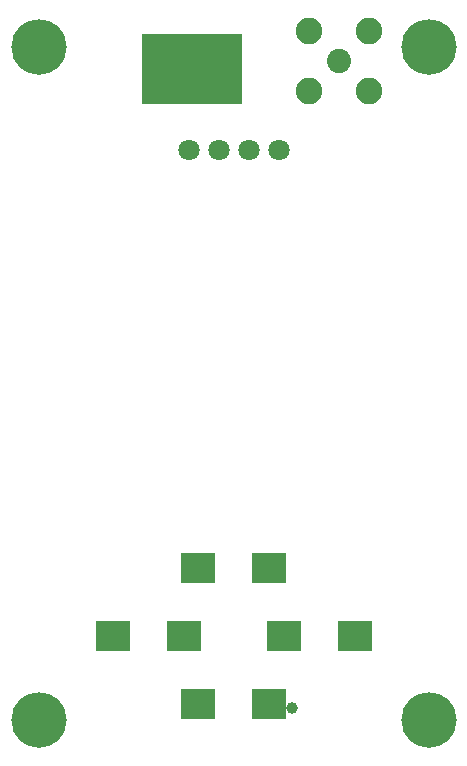
<source format=gbr>
%TF.GenerationSoftware,KiCad,Pcbnew,7.0.7-7.0.7~ubuntu22.04.1*%
%TF.CreationDate,2023-11-01T16:15:55-07:00*%
%TF.ProjectId,Wardriver-PCB,57617264-7269-4766-9572-2d5043422e6b,rev?*%
%TF.SameCoordinates,Original*%
%TF.FileFunction,Soldermask,Top*%
%TF.FilePolarity,Negative*%
%FSLAX46Y46*%
G04 Gerber Fmt 4.6, Leading zero omitted, Abs format (unit mm)*
G04 Created by KiCad (PCBNEW 7.0.7-7.0.7~ubuntu22.04.1) date 2023-11-01 16:15:55*
%MOMM*%
%LPD*%
G01*
G04 APERTURE LIST*
%ADD10R,8.500000X6.000000*%
%ADD11R,3.000000X2.500000*%
%ADD12C,4.700000*%
%ADD13C,1.800000*%
%ADD14C,2.050000*%
%ADD15C,2.250000*%
%ADD16C,1.000000*%
G04 APERTURE END LIST*
D10*
%TO.C,REF\u002A\u002A*%
X-3500000Y26600000D03*
%TD*%
D11*
%TO.C,SW4*%
X3000000Y-27125000D03*
X-3000000Y-27155000D03*
%TD*%
D12*
%TO.C,*%
X16500000Y28500000D03*
%TD*%
%TO.C,*%
X16500000Y-28500000D03*
%TD*%
D11*
%TO.C,SW3*%
X10250000Y-21375000D03*
X4250000Y-21405000D03*
%TD*%
D12*
%TO.C,*%
X-16500000Y28500000D03*
%TD*%
D13*
%TO.C,U3*%
X-3810000Y19750000D03*
X-1270000Y19750000D03*
X1270000Y19750000D03*
X3810000Y19750000D03*
%TD*%
D11*
%TO.C,SW1*%
X-3000000Y-15655000D03*
X3000000Y-15625000D03*
%TD*%
D12*
%TO.C,REF\u002A\u002A*%
X-16500000Y-28500000D03*
%TD*%
D11*
%TO.C,SW2*%
X-10250000Y-21405000D03*
X-4250000Y-21375000D03*
%TD*%
D14*
%TO.C,REF\u002A\u002A*%
X8900000Y27300000D03*
D15*
X11440000Y24760000D03*
X11440000Y29840000D03*
X6360000Y24760000D03*
X6360000Y29840000D03*
%TD*%
D16*
%TO.C,J1*%
X4930000Y-27500000D03*
X-3050000Y-27500000D03*
%TD*%
M02*

</source>
